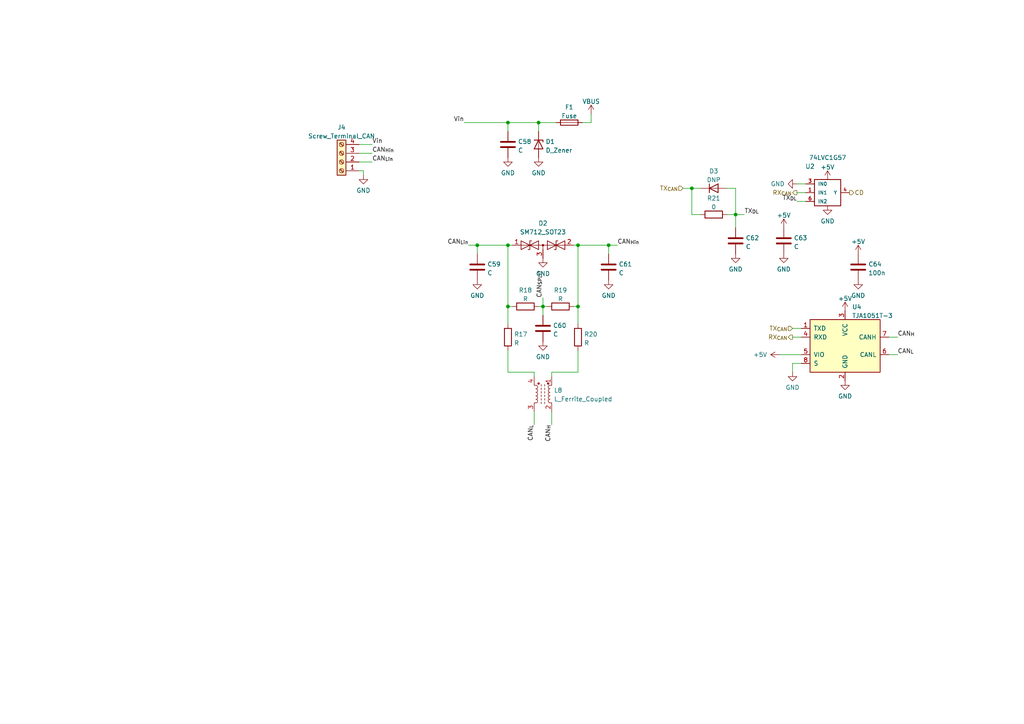
<source format=kicad_sch>
(kicad_sch (version 20230121) (generator eeschema)
  (paper "A4")
  (lib_symbols
    (symbol "74xGxx:74LVC1G57" (pin_names (offset 1.016))
      (property "Reference" "U" (at -2.54 5.08 0))
      (property "Value" "74LVC1G57" (at 0 -5.08 0))
      (symbol "74LVC1G57_0_1"
        (rectangle (start -3.81 3.81) (end 3.81 -3.81) (stroke (width 0.254)))
      )
      (symbol "74LVC1G57_1_1"
        (pin input line (at -6.35 0 0) (length 2.54) (name "IN1") (number "1"))
        (pin power_in line (at 0 -3.81 270) (length 0) hide (name "GND") (number "2"))
        (pin input line (at -6.35 2.54 0) (length 2.54) (name "IN0") (number "3"))
        (pin output line (at 6.35 0 180) (length 2.54) (name "Y") (number "4"))
        (pin power_in line (at 0 3.81 90) (length 0) hide (name "VCC") (number "5"))
        (pin input line (at -6.35 -2.54 0) (length 2.54) (name "IN2") (number "6"))
      )
    )
    (symbol "Connector:Screw_Terminal_01x04" (pin_names (offset 1.016) hide)
      (property "Reference" "J" (at 0 5.08 0))
      (property "Value" "Screw_Terminal_01x04" (at 0 -7.62 0))
      (symbol "Screw_Terminal_01x04_1_1"
        (rectangle (start -1.27 3.81) (end 1.27 -6.35) (stroke (width 0.254)) (fill (type background)))
        (circle (center 0 -5.08) (radius 0.635) (stroke (width 0.1524)))
        (circle (center 0 -2.54) (radius 0.635) (stroke (width 0.1524)))
        (polyline (pts (xy -0.5334 -4.7498) (xy 0.3302 -5.588)) (stroke (width 0.1524)))
        (polyline (pts (xy -0.5334 -2.2098) (xy 0.3302 -3.048)) (stroke (width 0.1524)))
        (polyline (pts (xy -0.5334 0.3302) (xy 0.3302 -0.508)) (stroke (width 0.1524)))
        (polyline (pts (xy -0.5334 2.8702) (xy 0.3302 2.032)) (stroke (width 0.1524)))
        (polyline (pts (xy -0.3556 -4.572) (xy 0.508 -5.4102)) (stroke (width 0.1524)))
        (polyline (pts (xy -0.3556 -2.032) (xy 0.508 -2.8702)) (stroke (width 0.1524)))
        (polyline (pts (xy -0.3556 0.508) (xy 0.508 -0.3302)) (stroke (width 0.1524)))
        (polyline (pts (xy -0.3556 3.048) (xy 0.508 2.2098)) (stroke (width 0.1524)))
        (circle (center 0 0) (radius 0.635) (stroke (width 0.1524)))
        (circle (center 0 2.54) (radius 0.635) (stroke (width 0.1524)))
        (pin passive line (at -5.08 2.54 0) (length 3.81) (name "Pin_1") (number "1"))
        (pin passive line (at -5.08 0 0) (length 3.81) (name "Pin_2") (number "2"))
        (pin passive line (at -5.08 -2.54 0) (length 3.81) (name "Pin_3") (number "3"))
        (pin passive line (at -5.08 -5.08 0) (length 3.81) (name "Pin_4") (number "4"))
      )
    )
    (symbol "Device:C" (pin_numbers hide) (pin_names (offset 0.254))
      (property "Reference" "C" (at 0.635 2.54 0))
      (property "Value" "C" (at 0.635 -2.54 0))
      (symbol "C_0_1"
        (polyline (pts (xy -2.032 -0.762) (xy 2.032 -0.762)) (stroke (width 0.508)))
        (polyline (pts (xy -2.032 0.762) (xy 2.032 0.762)) (stroke (width 0.508)))
      )
      (symbol "C_1_1"
        (pin passive line (at 0 3.81 270) (length 2.794) (name "~") (number "1"))
        (pin passive line (at 0 -3.81 90) (length 2.794) (name "~") (number "2"))
      )
    )
    (symbol "Device:D" (pin_numbers hide) (pin_names (offset 1.016) hide)
      (property "Reference" "D" (at 0 2.54 0))
      (property "Value" "D" (at 0 -2.54 0))
      (symbol "D_0_1"
        (polyline (pts (xy -1.27 1.27) (xy -1.27 -1.27)) (stroke (width 0.254)))
        (polyline (pts (xy 1.27 0) (xy -1.27 0)))
        (polyline (pts (xy 1.27 1.27) (xy 1.27 -1.27) (xy -1.27 0) (xy 1.27 1.27)) (stroke (width 0.254)))
      )
      (symbol "D_1_1"
        (pin passive line (at -3.81 0 0) (length 2.54) (name "K") (number "1"))
        (pin passive line (at 3.81 0 180) (length 2.54) (name "A") (number "2"))
      )
    )
    (symbol "Device:D_Zener" (pin_numbers hide) (pin_names (offset 1.016) hide)
      (property "Reference" "D" (at 0 2.54 0))
      (property "Value" "D_Zener" (at 0 -2.54 0))
      (symbol "D_Zener_0_1"
        (polyline (pts (xy 1.27 0) (xy -1.27 0)))
        (polyline (pts (xy -1.27 -1.27) (xy -1.27 1.27) (xy -0.762 1.27)) (stroke (width 0.254)))
        (polyline (pts (xy 1.27 -1.27) (xy 1.27 1.27) (xy -1.27 0) (xy 1.27 -1.27)) (stroke (width 0.254)))
      )
      (symbol "D_Zener_1_1"
        (pin passive line (at -3.81 0 0) (length 2.54) (name "K") (number "1"))
        (pin passive line (at 3.81 0 180) (length 2.54) (name "A") (number "2"))
      )
    )
    (symbol "Device:Fuse" (pin_numbers hide) (pin_names (offset 0))
      (property "Reference" "F" (at 2.032 0 90))
      (property "Value" "Fuse" (at -1.905 0 90))
      (symbol "Fuse_0_1"
        (rectangle (start -0.762 -2.54) (end 0.762 2.54) (stroke (width 0.254)))
        (polyline (pts (xy 0 2.54) (xy 0 -2.54)))
      )
      (symbol "Fuse_1_1"
        (pin passive line (at 0 3.81 270) (length 1.27) (name "~") (number "1"))
        (pin passive line (at 0 -3.81 90) (length 1.27) (name "~") (number "2"))
      )
    )
    (symbol "Device:L_Ferrite_Coupled_1243" (pin_names (offset 0.254) hide)
      (property "Reference" "L" (at 0 4.445 0))
      (property "Value" "L_Ferrite_Coupled_1243" (at 0 -4.445 0))
      (symbol "L_Ferrite_Coupled_1243_0_1"
        (circle (center -3.048 -1.27) (radius 0.254) (fill (type outline)))
        (circle (center -3.048 1.524) (radius 0.254) (fill (type outline)))
        (arc (start -2.54 2.032) (mid -2.032 1.5262) (end -1.524 2.032))
        (arc (start -1.524 -2.032) (mid -2.032 -1.5262) (end -2.54 -2.032))
        (arc (start -1.524 2.032) (mid -1.016 1.5262) (end -0.508 2.032))
        (arc (start -0.508 -2.032) (mid -1.016 -1.5262) (end -1.524 -2.032))
        (arc (start -0.508 2.032) (mid 0 1.5262) (end 0.508 2.032))
        (polyline (pts (xy -2.794 -0.508) (xy -2.286 -0.508)))
        (polyline (pts (xy -2.794 0.508) (xy -2.286 0.508)))
        (polyline (pts (xy -2.54 -2.032) (xy -2.54 -2.54)))
        (polyline (pts (xy -2.54 2.032) (xy -2.54 2.54)))
        (polyline (pts (xy -1.778 -0.508) (xy -1.27 -0.508)))
        (polyline (pts (xy -1.778 0.508) (xy -1.27 0.508)))
        (polyline (pts (xy -0.762 -0.508) (xy -0.254 -0.508)))
        (polyline (pts (xy -0.762 0.508) (xy -0.254 0.508)))
        (polyline (pts (xy 0.254 -0.508) (xy 0.762 -0.508)))
        (polyline (pts (xy 0.254 0.508) (xy 0.762 0.508)))
        (polyline (pts (xy 1.27 -0.508) (xy 1.778 -0.508)))
        (polyline (pts (xy 1.27 0.508) (xy 1.778 0.508)))
        (polyline (pts (xy 2.286 -0.508) (xy 2.794 -0.508)))
        (polyline (pts (xy 2.286 0.508) (xy 2.794 0.508)))
        (polyline (pts (xy 2.54 -2.032) (xy 2.54 -2.54)))
        (polyline (pts (xy 2.54 2.54) (xy 2.54 2.032)))
        (arc (start 0.508 -2.032) (mid 0 -1.5262) (end -0.508 -2.032))
        (arc (start 0.508 2.032) (mid 1.016 1.5262) (end 1.524 2.032))
        (arc (start 1.524 -2.032) (mid 1.016 -1.5262) (end 0.508 -2.032))
        (arc (start 1.524 2.032) (mid 2.032 1.5262) (end 2.54 2.032))
        (arc (start 2.54 -2.032) (mid 2.032 -1.5262) (end 1.524 -2.032))
      )
      (symbol "L_Ferrite_Coupled_1243_1_1"
        (pin passive line (at -5.08 2.54 0) (length 2.54) (name "1") (number "1"))
        (pin passive line (at 5.08 2.54 180) (length 2.54) (name "2") (number "2"))
        (pin passive line (at 5.08 -2.54 180) (length 2.54) (name "3") (number "3"))
        (pin passive line (at -5.08 -2.54 0) (length 2.54) (name "4") (number "4"))
      )
    )
    (symbol "Device:R" (pin_numbers hide) (pin_names (offset 0))
      (property "Reference" "R" (at 2.032 0 90))
      (property "Value" "R" (at 0 0 90))
      (symbol "R_0_1"
        (rectangle (start -1.016 -2.54) (end 1.016 2.54) (stroke (width 0.254)))
      )
      (symbol "R_1_1"
        (pin passive line (at 0 3.81 270) (length 1.27) (name "~") (number "1"))
        (pin passive line (at 0 -3.81 90) (length 1.27) (name "~") (number "2"))
      )
    )
    (symbol "Diode:SM712_SOT23" (pin_names (offset 1.016) hide)
      (property "Reference" "D" (at 0 4.445 0))
      (property "Value" "SM712_SOT23" (at 0 2.54 0))
      (symbol "SM712_SOT23_0_0"
        (polyline (pts (xy 0 -1.27) (xy 0 0)))
      )
      (symbol "SM712_SOT23_0_1"
        (polyline (pts (xy -6.35 0) (xy 6.35 0)))
        (polyline (pts (xy -3.302 1.27) (xy -3.81 1.27) (xy -3.81 -1.27) (xy -4.318 -1.27)) (stroke (width 0.2032)))
        (polyline (pts (xy 4.318 1.27) (xy 3.81 1.27) (xy 3.81 -1.27) (xy 3.302 -1.27)) (stroke (width 0.2032)))
        (polyline (pts (xy -6.35 -1.27) (xy -1.27 1.27) (xy -1.27 -1.27) (xy -6.35 1.27) (xy -6.35 -1.27)) (stroke (width 0.2032)))
        (polyline (pts (xy 1.27 -1.27) (xy 1.27 1.27) (xy 6.35 -1.27) (xy 6.35 1.27) (xy 1.27 -1.27)) (stroke (width 0.2032)))
        (circle (center 0 0) (radius 0.254) (fill (type outline)))
      )
      (symbol "SM712_SOT23_1_1"
        (pin passive line (at -8.89 0 0) (length 2.54) (name "A1") (number "1"))
        (pin passive line (at 8.89 0 180) (length 2.54) (name "A2") (number "2"))
        (pin input line (at 0 -3.81 90) (length 2.54) (name "common") (number "3"))
      )
    )
    (symbol "Interface_CAN_LIN:TJA1051T-3" (pin_names (offset 1.016))
      (property "Reference" "U" (at -10.16 8.89 0))
      (property "Value" "TJA1051T-3" (at 1.27 8.89 0))
      (symbol "TJA1051T-3_0_1"
        (rectangle (start -10.16 7.62) (end 10.16 -7.62) (stroke (width 0.254)) (fill (type background)))
      )
      (symbol "TJA1051T-3_1_1"
        (pin input line (at -12.7 5.08 0) (length 2.54) (name "TXD") (number "1"))
        (pin power_in line (at 0 -10.16 90) (length 2.54) (name "GND") (number "2"))
        (pin power_in line (at 0 10.16 270) (length 2.54) (name "VCC") (number "3"))
        (pin output line (at -12.7 2.54 0) (length 2.54) (name "RXD") (number "4"))
        (pin power_in line (at -12.7 -2.54 0) (length 2.54) (name "VIO") (number "5"))
        (pin bidirectional line (at 12.7 -2.54 180) (length 2.54) (name "CANL") (number "6"))
        (pin bidirectional line (at 12.7 2.54 180) (length 2.54) (name "CANH") (number "7"))
        (pin input line (at -12.7 -5.08 0) (length 2.54) (name "S") (number "8"))
      )
    )
    (symbol "power:+5V" (power) (pin_names (offset 0))
      (property "Value" "+5V" (at 0 3.556 0))
      (symbol "+5V_0_1"
        (polyline (pts (xy -0.762 1.27) (xy 0 2.54)))
        (polyline (pts (xy 0 0) (xy 0 2.54)))
        (polyline (pts (xy 0 2.54) (xy 0.762 1.27)))
      )
      (symbol "+5V_1_1"
        (pin power_in line (at 0 0 90) (length 0) hide (name "+5V") (number "1"))
      )
    )
    (symbol "power:GND" (power) (pin_names (offset 0))
      (property "Value" "GND" (at 0 -3.81 0))
      (symbol "GND_0_1"
        (polyline (pts (xy 0 0) (xy 0 -1.27) (xy 1.27 -1.27) (xy 0 -2.54) (xy -1.27 -1.27) (xy 0 -1.27)))
      )
      (symbol "GND_1_1"
        (pin power_in line (at 0 0 270) (length 0) hide (name "GND") (number "1"))
      )
    )
    (symbol "power:VBUS" (power) (pin_names (offset 0))
      (property "Value" "VBUS" (at 0 3.81 0))
      (symbol "VBUS_0_1"
        (polyline (pts (xy -0.762 1.27) (xy 0 2.54)))
        (polyline (pts (xy 0 0) (xy 0 2.54)))
        (polyline (pts (xy 0 2.54) (xy 0.762 1.27)))
      )
      (symbol "VBUS_1_1"
        (pin power_in line (at 0 0 90) (length 0) hide (name "VBUS") (number "1"))
      )
    )
  )
  (junction (at 147.32 71.12))
  (junction (at 213.36 62.23))
  (junction (at 176.53 71.12))
  (junction (at 200.66 54.61))
  (junction (at 147.32 35.56))
  (junction (at 157.48 88.9))
  (junction (at 147.32 88.9))
  (junction (at 167.64 88.9))
  (junction (at 138.43 71.12))
  (junction (at 156.21 35.56))
  (junction (at 167.64 71.12))
  (wire (pts (xy 171.45 35.56) (xy 168.91 35.56)))
  (wire (pts (xy 104.14 46.99) (xy 107.95 46.99)))
  (wire (pts (xy 147.32 35.56) (xy 147.32 38.1)))
  (wire (pts (xy 156.21 38.1) (xy 156.21 35.56)))
  (wire (pts (xy 167.64 88.9) (xy 167.64 93.98)))
  (wire (pts (xy 231.14 58.42) (xy 233.68 58.42)))
  (wire (pts (xy 154.94 109.22) (xy 154.94 107.95)))
  (wire (pts (xy 160.02 107.95) (xy 167.64 107.95)))
  (wire (pts (xy 105.41 50.8) (xy 105.41 49.53)))
  (wire (pts (xy 160.02 109.22) (xy 160.02 107.95)))
  (wire (pts (xy 171.45 33.02) (xy 171.45 35.56)))
  (wire (pts (xy 167.64 101.6) (xy 167.64 107.95)))
  (wire (pts (xy 104.14 41.91) (xy 107.95 41.91)))
  (wire (pts (xy 200.66 54.61) (xy 200.66 62.23)))
  (wire (pts (xy 231.14 53.34) (xy 233.68 53.34)))
  (wire (pts (xy 210.82 62.23) (xy 213.36 62.23)))
  (wire (pts (xy 147.32 88.9) (xy 147.32 93.98)))
  (wire (pts (xy 154.94 119.38) (xy 154.94 123.19)))
  (wire (pts (xy 157.48 86.36) (xy 157.48 88.9)))
  (wire (pts (xy 104.14 44.45) (xy 107.95 44.45)))
  (wire (pts (xy 166.37 88.9) (xy 167.64 88.9)))
  (wire (pts (xy 231.14 55.88) (xy 233.68 55.88)))
  (wire (pts (xy 229.87 105.41) (xy 232.41 105.41)))
  (wire (pts (xy 154.94 107.95) (xy 147.32 107.95)))
  (wire (pts (xy 157.48 88.9) (xy 158.75 88.9)))
  (wire (pts (xy 213.36 62.23) (xy 213.36 66.04)))
  (wire (pts (xy 156.21 35.56) (xy 161.29 35.56)))
  (wire (pts (xy 176.53 71.12) (xy 176.53 73.66)))
  (wire (pts (xy 229.87 107.95) (xy 229.87 105.41)))
  (wire (pts (xy 138.43 71.12) (xy 147.32 71.12)))
  (wire (pts (xy 147.32 71.12) (xy 147.32 88.9)))
  (wire (pts (xy 167.64 71.12) (xy 167.64 88.9)))
  (wire (pts (xy 134.62 35.56) (xy 147.32 35.56)))
  (wire (pts (xy 156.21 35.56) (xy 147.32 35.56)))
  (wire (pts (xy 135.89 71.12) (xy 138.43 71.12)))
  (wire (pts (xy 156.21 88.9) (xy 157.48 88.9)))
  (wire (pts (xy 213.36 62.23) (xy 215.9 62.23)))
  (wire (pts (xy 160.02 119.38) (xy 160.02 123.19)))
  (wire (pts (xy 105.41 49.53) (xy 104.14 49.53)))
  (wire (pts (xy 229.87 97.79) (xy 232.41 97.79)))
  (wire (pts (xy 198.12 54.61) (xy 200.66 54.61)))
  (wire (pts (xy 229.87 95.25) (xy 232.41 95.25)))
  (wire (pts (xy 147.32 71.12) (xy 148.59 71.12)))
  (wire (pts (xy 167.64 71.12) (xy 166.37 71.12)))
  (wire (pts (xy 210.82 54.61) (xy 213.36 54.61)))
  (wire (pts (xy 257.81 97.79) (xy 260.35 97.79)))
  (wire (pts (xy 179.07 71.12) (xy 176.53 71.12)))
  (wire (pts (xy 157.48 88.9) (xy 157.48 91.44)))
  (wire (pts (xy 147.32 101.6) (xy 147.32 107.95)))
  (wire (pts (xy 257.81 102.87) (xy 260.35 102.87)))
  (wire (pts (xy 176.53 71.12) (xy 167.64 71.12)))
  (wire (pts (xy 226.06 102.87) (xy 232.41 102.87)))
  (wire (pts (xy 147.32 88.9) (xy 148.59 88.9)))
  (wire (pts (xy 213.36 54.61) (xy 213.36 62.23)))
  (wire (pts (xy 203.2 54.61) (xy 200.66 54.61)))
  (wire (pts (xy 138.43 71.12) (xy 138.43 73.66)))
  (wire (pts (xy 200.66 62.23) (xy 203.2 62.23)))
  (label "Vin" (at 107.95 41.91 0))
  (label "CAN_{H}" (at 260.35 97.79 0))
  (label "CAN_{Lin}" (at 135.89 71.12 180))
  (label "Vin" (at 134.62 35.56 180))
  (label "CAN_{L}" (at 260.35 102.87 0))
  (label "TX_{DL}" (at 215.9 62.23 0))
  (label "TX_{DL}" (at 231.14 58.42 180))
  (label "CAN_{SPLIT}" (at 157.48 86.36 90))
  (label "CAN_{L}" (at 154.94 123.19 270))
  (label "CAN_{H}" (at 160.02 123.19 270))
  (label "CAN_{Hin}" (at 107.95 44.45 0))
  (label "CAN_{Hin}" (at 179.07 71.12 0))
  (label "CAN_{Lin}" (at 107.95 46.99 0))
  (hierarchical_label "RX_{CAN}" (shape output) (at 229.87 97.79 180))
  (hierarchical_label "TX_{CAN}" (shape input) (at 198.12 54.61 180))
  (hierarchical_label "RX_{CAN}" (shape output) (at 231.14 55.88 180))
  (hierarchical_label "CD" (shape output) (at 246.38 55.88 0))
  (hierarchical_label "TX_{CAN}" (shape input) (at 229.87 95.25 180))
  (symbol (lib_id "Device:C") (at 138.43 77.47 0) (unit 1)
    (property "Reference" "C59" (at 141.351 76.6353 0) (effects (justify left)))
    (property "Value" "C" (at 141.351 79.1722 0) (effects (justify left)))
    (property "Footprint" "Capacitor_SMD:C_0603_1608Metric" (effects hide))
  )
  (symbol (lib_id "Device:Fuse") (at 165.1 35.56 90) (unit 1)
    (property "Reference" "F1" (at 165.1 31.0982 90))
    (property "Value" "Fuse" (at 165.1 33.6351 90))
    (property "Footprint" "Fuse:Fuse_1206_3216Metric_Pad1.42x1.75mm_HandSolder" (effects hide))
  )
  (symbol (lib_id "power:GND") (at 105.41 50.8 0) (unit 1)
    (property "Reference" "#PWR0219" (effects hide))
    (property "Value" "GND" (at 105.41 55.2434 0))
  )
  (symbol (lib_id "power:+5V") (at 245.11 90.17 0) (unit 1)
    (property "Reference" "#PWR0231" (effects hide))
    (property "Value" "+5V" (at 245.11 86.5942 0))
  )
  (symbol (lib_id "Device:R") (at 152.4 88.9 90) (unit 1)
    (property "Reference" "R18" (at 152.4 84.1842 90))
    (property "Value" "R" (at 152.4 86.7211 90))
    (property "Footprint" "Resistor_SMD:R_0805_2012Metric_Pad1.20x1.40mm_HandSolder" (effects hide))
  )
  (symbol (lib_id "power:GND") (at 231.14 53.34 270) (unit 1)
    (property "Reference" "#PWR0223" (effects hide))
    (property "Value" "GND" (at 223.52 53.34 90) (effects (justify left)))
  )
  (symbol (lib_id "power:GND") (at 147.32 45.72 0) (unit 1)
    (property "Reference" "#PWR0220" (effects hide))
    (property "Value" "GND" (at 147.32 50.1634 0))
  )
  (symbol (lib_id "Diode:SM712_SOT23") (at 157.48 71.12 0) (unit 1)
    (property "Reference" "D2" (at 157.48 64.77 0))
    (property "Value" "SM712_SOT23" (at 157.48 67.31 0))
    (property "Footprint" "Package_TO_SOT_SMD:SOT-23_Handsoldering" (effects hide))
    (property "Datasheet" "https://www.littelfuse.com/~/media/electronics/datasheets/tvs_diode_arrays/littelfuse_tvs_diode_array_sm712_datasheet.pdf.pdf" (effects hide))
  )
  (symbol (lib_id "Device:D_Zener") (at 156.21 41.91 270) (unit 1)
    (property "Reference" "D1" (at 158.242 41.0753 90) (effects (justify left)))
    (property "Value" "D_Zener" (at 158.242 43.6122 90) (effects (justify left)))
    (property "Footprint" "Diode_SMD:D_SMA" (effects hide))
  )
  (symbol (lib_id "power:VBUS") (at 171.45 33.02 0) (unit 1)
    (property "Reference" "#PWR0221" (effects hide))
    (property "Value" "VBUS" (at 171.45 29.4442 0))
  )
  (symbol (lib_id "Device:D") (at 207.01 54.61 0) (unit 1)
    (property "Reference" "D3" (at 207.01 49.6402 0))
    (property "Value" "DNP" (at 207.01 52.1771 0))
    (property "Footprint" "Diode_SMD:D_SOD-523" (effects hide))
  )
  (symbol (lib_id "power:GND") (at 227.33 73.66 0) (unit 1)
    (property "Reference" "#PWR0224" (effects hide))
    (property "Value" "GND" (at 227.33 78.1034 0))
  )
  (symbol (lib_id "power:+5V") (at 240.03 52.07 0) (unit 1)
    (property "Reference" "#PWR0232" (effects hide))
    (property "Value" "+5V" (at 240.03 48.4942 0))
  )
  (symbol (lib_id "Device:C") (at 248.92 77.47 180) (unit 1)
    (property "Reference" "C64" (at 251.841 76.6353 0) (effects (justify right)))
    (property "Value" "100n" (at 251.841 79.1722 0) (effects (justify right)))
    (property "Footprint" "Capacitor_SMD:C_0603_1608Metric" (effects hide))
  )
  (symbol (lib_id "power:GND") (at 156.21 45.72 0) (unit 1)
    (property "Reference" "#PWR0218" (effects hide))
    (property "Value" "GND" (at 156.21 50.1634 0))
  )
  (symbol (lib_id "power:GND") (at 157.48 74.93 0) (unit 1)
    (property "Reference" "#PWR0235" (effects hide))
    (property "Value" "GND" (at 157.48 79.3734 0))
  )
  (symbol (lib_id "Device:C") (at 157.48 95.25 0) (unit 1)
    (property "Reference" "C60" (at 160.401 94.4153 0) (effects (justify left)))
    (property "Value" "C" (at 160.401 96.9522 0) (effects (justify left)))
    (property "Footprint" "Capacitor_SMD:C_0805_2012Metric_Pad1.18x1.45mm_HandSolder" (effects hide))
  )
  (symbol (lib_id "power:GND") (at 240.03 59.69 0) (unit 1)
    (property "Reference" "#PWR0233" (effects hide))
    (property "Value" "GND" (at 240.03 64.1334 0))
  )
  (symbol (lib_id "power:+5V") (at 248.92 73.66 0) (unit 1)
    (property "Reference" "#PWR0228" (effects hide))
    (property "Value" "+5V" (at 248.92 70.0842 0))
  )
  (symbol (lib_id "Device:L_Ferrite_Coupled_1243") (at 157.48 114.3 270) (unit 1)
    (property "Reference" "L8" (at 160.655 113.2113 90) (effects (justify left)))
    (property "Value" "L_Ferrite_Coupled" (at 160.655 115.7482 90) (effects (justify left)))
    (property "Footprint" "Inductor_SMD:L_CommonModeChoke_Coilcraft_0805USB" (effects hide))
  )
  (symbol (lib_id "Connector:Screw_Terminal_01x04") (at 99.06 46.99 180) (unit 1)
    (property "Reference" "J4" (at 99.06 36.9402 0))
    (property "Value" "Screw_Terminal_CAN" (at 99.06 39.4771 0))
    (property "Footprint" "Connector_Phoenix_MC:PhoenixContact_MC_1,5_4-G-3.81_1x04_P3.81mm_Horizontal" (effects hide))
  )
  (symbol (lib_id "Device:C") (at 147.32 41.91 0) (unit 1)
    (property "Reference" "C58" (at 150.241 41.0753 0) (effects (justify left)))
    (property "Value" "C" (at 150.241 43.6122 0) (effects (justify left)))
    (property "Footprint" "Capacitor_SMD:C_0603_1608Metric" (effects hide))
  )
  (symbol (lib_id "power:+5V") (at 226.06 102.87 90) (unit 1)
    (property "Reference" "#PWR0226" (effects hide))
    (property "Value" "+5V" (at 218.44 102.87 90) (effects (justify right)))
  )
  (symbol (lib_id "Device:C") (at 227.33 69.85 0) (unit 1)
    (property "Reference" "C63" (at 230.251 69.0153 0) (effects (justify left)))
    (property "Value" "C" (at 230.251 71.5522 0) (effects (justify left)))
    (property "Footprint" "Capacitor_SMD:C_0603_1608Metric" (effects hide))
  )
  (symbol (lib_id "power:GND") (at 213.36 73.66 0) (unit 1)
    (property "Reference" "#PWR0225" (effects hide))
    (property "Value" "GND" (at 213.36 78.1034 0))
  )
  (symbol (lib_id "Interface_CAN_LIN:TJA1051T-3") (at 245.11 100.33 0) (unit 1)
    (property "Reference" "U4" (at 247.1294 89.0102 0) (effects (justify left)))
    (property "Value" "TJA1051T-3" (at 247.1294 91.5471 0) (effects (justify left)))
    (property "Footprint" "Package_SO:SOIC-8_3.9x4.9mm_P1.27mm" (effects hide))
    (property "Datasheet" "http://www.nxp.com/documents/data_sheet/TJA1051.pdf" (effects hide))
  )
  (symbol (lib_id "power:GND") (at 248.92 81.28 0) (unit 1)
    (property "Reference" "#PWR0229" (effects hide))
    (property "Value" "GND" (at 248.92 85.7234 0))
  )
  (symbol (lib_id "Device:R") (at 162.56 88.9 90) (unit 1)
    (property "Reference" "R19" (at 162.56 84.1842 90))
    (property "Value" "R" (at 162.56 86.7211 90))
    (property "Footprint" "Resistor_SMD:R_0805_2012Metric_Pad1.20x1.40mm_HandSolder" (effects hide))
  )
  (symbol (lib_id "power:GND") (at 138.43 81.28 0) (unit 1)
    (property "Reference" "#PWR0216" (effects hide))
    (property "Value" "GND" (at 138.43 85.7234 0))
  )
  (symbol (lib_id "power:GND") (at 229.87 107.95 0) (unit 1)
    (property "Reference" "#PWR0227" (effects hide))
    (property "Value" "GND" (at 229.87 112.3934 0))
  )
  (symbol (lib_id "power:GND") (at 157.48 99.06 0) (unit 1)
    (property "Reference" "#PWR0234" (effects hide))
    (property "Value" "GND" (at 157.48 103.5034 0))
  )
  (symbol (lib_id "Device:R") (at 207.01 62.23 270) (unit 1)
    (property "Reference" "R21" (at 207.01 57.5142 90))
    (property "Value" "0" (at 207.01 60.0511 90))
    (property "Footprint" "Resistor_SMD:R_0603_1608Metric" (effects hide))
  )
  (symbol (lib_id "74xGxx:74LVC1G57") (at 240.03 55.88 0) (unit 1)
    (property "Reference" "U2" (at 234.95 48.26 0))
    (property "Value" "74LVC1G57" (at 240.03 45.72 0))
    (property "Footprint" "Package_TO_SOT_SMD:SOT-363_SC-70-6" (effects hide))
    (property "Datasheet" "http://www.ti.com/lit/sg/scyt129e/scyt129e.pdf" (effects hide))
  )
  (symbol (lib_id "power:GND") (at 176.53 81.28 0) (unit 1)
    (property "Reference" "#PWR0217" (effects hide))
    (property "Value" "GND" (at 176.53 85.7234 0))
  )
  (symbol (lib_id "Device:C") (at 176.53 77.47 0) (unit 1)
    (property "Reference" "C61" (at 179.451 76.6353 0) (effects (justify left)))
    (property "Value" "C" (at 179.451 79.1722 0) (effects (justify left)))
    (property "Footprint" "Capacitor_SMD:C_0603_1608Metric" (effects hide))
  )
  (symbol (lib_id "power:+5V") (at 227.33 66.04 0) (unit 1)
    (property "Reference" "#PWR0222" (effects hide))
    (property "Value" "+5V" (at 227.33 62.4642 0))
  )
  (symbol (lib_id "Device:R") (at 147.32 97.79 0) (unit 1)
    (property "Reference" "R17" (at 149.098 96.9553 0) (effects (justify left)))
    (property "Value" "R" (at 149.098 99.4922 0) (effects (justify left)))
    (property "Footprint" "Resistor_SMD:R_0603_1608Metric" (effects hide))
  )
  (symbol (lib_id "Device:R") (at 167.64 97.79 0) (unit 1)
    (property "Reference" "R20" (at 169.418 96.9553 0) (effects (justify left)))
    (property "Value" "R" (at 169.418 99.4922 0) (effects (justify left)))
    (property "Footprint" "Resistor_SMD:R_0603_1608Metric" (effects hide))
  )
  (symbol (lib_id "Device:C") (at 213.36 69.85 0) (unit 1)
    (property "Reference" "C62" (at 216.281 69.0153 0) (effects (justify left)))
    (property "Value" "C" (at 216.281 71.5522 0) (effects (justify left)))
    (property "Footprint" "Capacitor_SMD:C_0603_1608Metric" (effects hide))
  )
  (symbol (lib_id "power:GND") (at 245.11 110.49 0) (unit 1)
    (property "Reference" "#PWR0230" (effects hide))
    (property "Value" "GND" (at 245.11 114.9334 0))
  )
)
</source>
